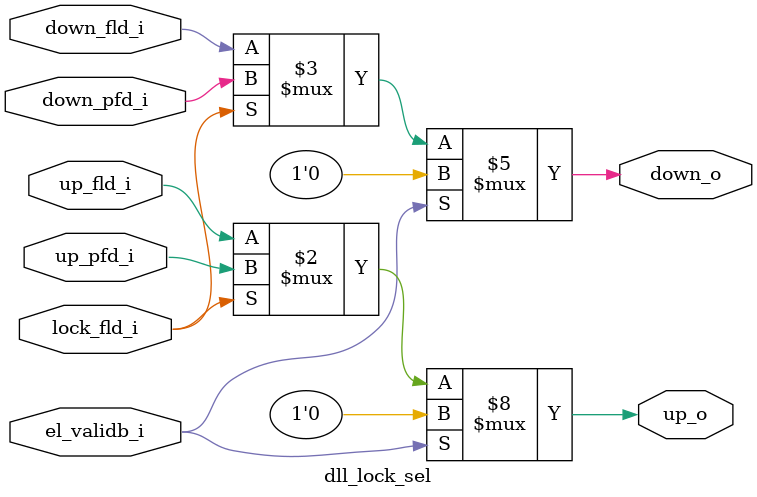
<source format=v>


module dll_lock_sel (
	input up_pfd_i,		// UP from PFD
	input down_pfd_i,	// DOWN from PFD
	input up_fld_i,		// UP from false lock detector (for edge cases)
	input down_fld_i,	// DOWN from false lock detector (for edge cases)
	input lock_fld_i,	// ~(up_fld+down_fld)
	input el_validb_i,	// 1=input from early-late detectors invalid

	output reg up_o,
	output reg down_o
);

always @(*) begin
	if (el_validb_i) begin
		up_o = 1'b0;
		down_o = 1'b0;
	end else begin
		up_o = lock_fld_i ? up_pfd_i : up_fld_i;
		down_o = lock_fld_i ? down_pfd_i : down_fld_i;
	end
end

endmodule

</source>
